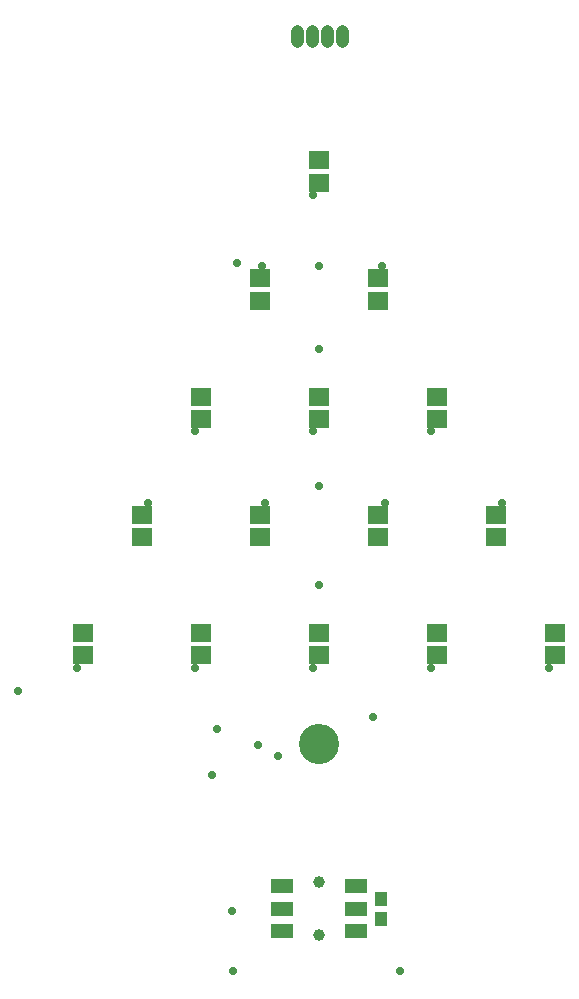
<source format=gbs>
G04 EAGLE Gerber RS-274X export*
G75*
%MOMM*%
%FSLAX34Y34*%
%LPD*%
%INSoldermask Bottom*%
%IPPOS*%
%AMOC8*
5,1,8,0,0,1.08239X$1,22.5*%
G01*
%ADD10R,1.703200X1.503200*%
%ADD11C,1.092200*%
%ADD12C,3.403200*%
%ADD13R,1.879600X1.219200*%
%ADD14C,1.003200*%
%ADD15R,1.103200X1.203200*%
%ADD16C,0.705600*%


D10*
X100000Y330500D03*
X100000Y349500D03*
X200000Y530500D03*
X200000Y549500D03*
X300000Y530500D03*
X300000Y549500D03*
X400000Y530500D03*
X400000Y549500D03*
X350000Y649500D03*
X350000Y630500D03*
X250000Y649500D03*
X250000Y630500D03*
X300000Y730500D03*
X300000Y749500D03*
X200000Y330500D03*
X200000Y349500D03*
X300000Y330500D03*
X300000Y349500D03*
X400000Y330500D03*
X400000Y349500D03*
X500000Y330500D03*
X500000Y349500D03*
X450000Y449500D03*
X450000Y430500D03*
X350000Y449500D03*
X350000Y430500D03*
X250000Y449500D03*
X250000Y430500D03*
X150000Y449500D03*
X150000Y430500D03*
D11*
X280950Y850555D02*
X280950Y859445D01*
X293650Y859445D02*
X293650Y850555D01*
X306350Y850555D02*
X306350Y859445D01*
X319050Y859445D02*
X319050Y850555D01*
D12*
X300000Y255000D03*
D13*
X268660Y134950D03*
X268660Y115900D03*
X268660Y96850D03*
X330890Y134950D03*
X330890Y115900D03*
X330890Y96850D03*
D14*
X299775Y138125D03*
X299775Y93675D03*
D15*
X352000Y123850D03*
X352000Y106850D03*
D16*
X248450Y254190D03*
X226300Y113650D03*
X209550Y229380D03*
X213110Y267890D03*
X95000Y320000D03*
X195000Y320000D03*
X295000Y320000D03*
X395000Y320000D03*
X495000Y320000D03*
X195000Y520000D03*
X295000Y520000D03*
X395000Y520000D03*
X295000Y720000D03*
X154940Y459740D03*
X254000Y459740D03*
X355600Y459740D03*
X454660Y459740D03*
X251460Y660400D03*
X353060Y660400D03*
X226730Y63140D03*
X345400Y278240D03*
X300000Y390000D03*
X300000Y473650D03*
X300000Y590000D03*
X300000Y660000D03*
X230160Y662380D03*
X265400Y245540D03*
X45000Y300000D03*
X368300Y63500D03*
M02*

</source>
